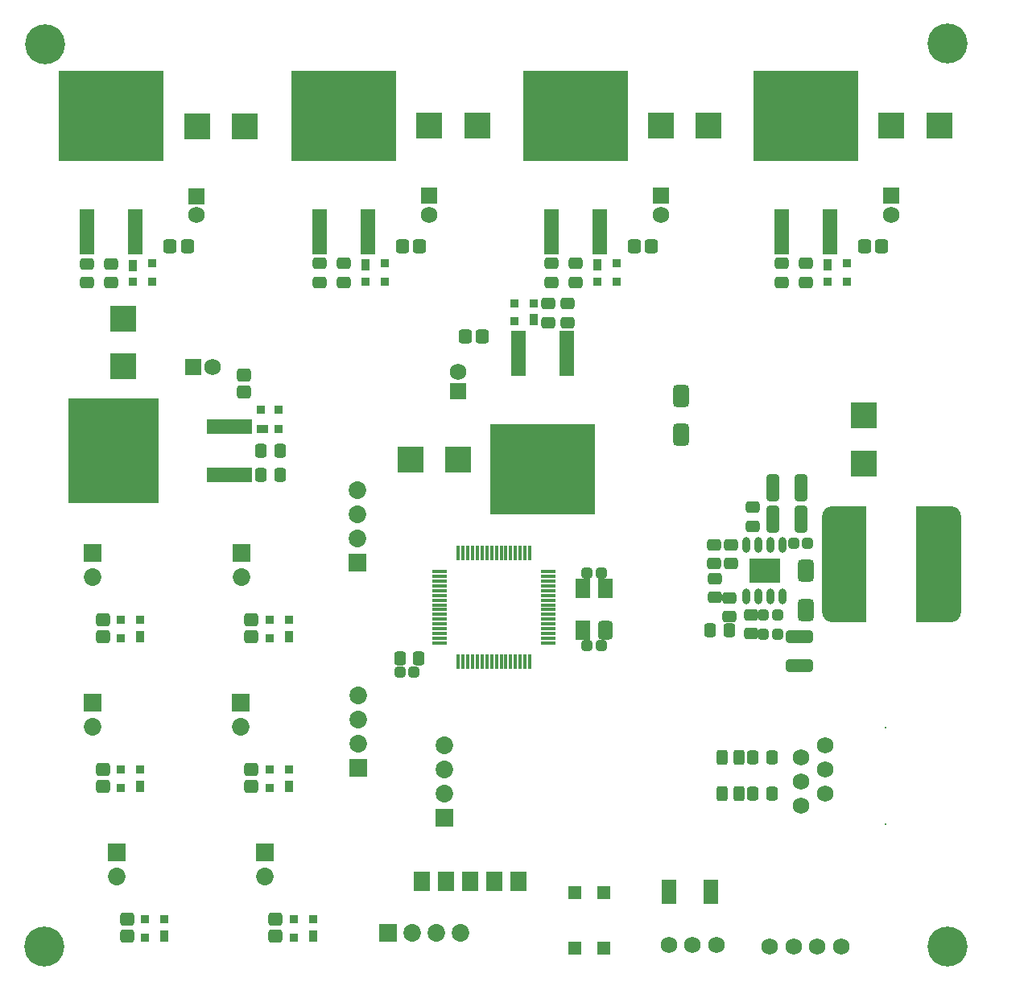
<source format=gts>
G04*
G04 #@! TF.GenerationSoftware,Altium Limited,Altium Designer,20.1.7 (139)*
G04*
G04 Layer_Color=13158*
%FSLAX44Y44*%
%MOMM*%
G71*
G04*
G04 #@! TF.SameCoordinates,741834D1-4314-455D-B734-137E6C24AB52*
G04*
G04*
G04 #@! TF.FilePolarity,Negative*
G04*
G01*
G75*
%ADD29R,1.5000X0.3000*%
%ADD30R,0.3000X1.5000*%
%ADD45R,2.1082X12.2032*%
G04:AMPARAMS|DCode=46|XSize=12.2032mm|YSize=4.2032mm|CornerRadius=1.1016mm|HoleSize=0mm|Usage=FLASHONLY|Rotation=90.000|XOffset=0mm|YOffset=0mm|HoleType=Round|Shape=RoundedRectangle|*
%AMROUNDEDRECTD46*
21,1,12.2032,2.0000,0,0,90.0*
21,1,10.0000,4.2032,0,0,90.0*
1,1,2.2032,1.0000,5.0000*
1,1,2.2032,1.0000,-5.0000*
1,1,2.2032,-1.0000,-5.0000*
1,1,2.2032,-1.0000,5.0000*
%
%ADD46ROUNDEDRECTD46*%
%ADD47R,0.8382X0.8382*%
%ADD48R,0.8382X1.2192*%
G04:AMPARAMS|DCode=49|XSize=1.4732mm|YSize=1.1532mm|CornerRadius=0.2441mm|HoleSize=0mm|Usage=FLASHONLY|Rotation=0.000|XOffset=0mm|YOffset=0mm|HoleType=Round|Shape=RoundedRectangle|*
%AMROUNDEDRECTD49*
21,1,1.4732,0.6650,0,0,0.0*
21,1,0.9850,1.1532,0,0,0.0*
1,1,0.4882,0.4925,-0.3325*
1,1,0.4882,-0.4925,-0.3325*
1,1,0.4882,-0.4925,0.3325*
1,1,0.4882,0.4925,0.3325*
%
%ADD49ROUNDEDRECTD49*%
%ADD50R,11.0236X9.6012*%
%ADD51R,1.5748X4.8514*%
G04:AMPARAMS|DCode=52|XSize=1.4732mm|YSize=1.3532mm|CornerRadius=0.2741mm|HoleSize=0mm|Usage=FLASHONLY|Rotation=270.000|XOffset=0mm|YOffset=0mm|HoleType=Round|Shape=RoundedRectangle|*
%AMROUNDEDRECTD52*
21,1,1.4732,0.8050,0,0,270.0*
21,1,0.9250,1.3532,0,0,270.0*
1,1,0.5482,-0.4025,-0.4625*
1,1,0.5482,-0.4025,0.4625*
1,1,0.5482,0.4025,0.4625*
1,1,0.5482,0.4025,-0.4625*
%
%ADD52ROUNDEDRECTD52*%
G04:AMPARAMS|DCode=53|XSize=2.0032mm|YSize=1.6032mm|CornerRadius=0.4516mm|HoleSize=0mm|Usage=FLASHONLY|Rotation=90.000|XOffset=0mm|YOffset=0mm|HoleType=Round|Shape=RoundedRectangle|*
%AMROUNDEDRECTD53*
21,1,2.0032,0.7000,0,0,90.0*
21,1,1.1000,1.6032,0,0,90.0*
1,1,0.9032,0.3500,0.5500*
1,1,0.9032,0.3500,-0.5500*
1,1,0.9032,-0.3500,-0.5500*
1,1,0.9032,-0.3500,0.5500*
%
%ADD53ROUNDEDRECTD53*%
%ADD54R,1.6032X2.0032*%
%ADD55R,1.6032X0.5032*%
%ADD56R,0.8382X0.8382*%
%ADD57R,1.2192X0.8382*%
%ADD58O,0.8032X1.6532*%
G04:AMPARAMS|DCode=59|XSize=1.6032mm|YSize=1.2032mm|CornerRadius=0.3516mm|HoleSize=0mm|Usage=FLASHONLY|Rotation=90.000|XOffset=0mm|YOffset=0mm|HoleType=Round|Shape=RoundedRectangle|*
%AMROUNDEDRECTD59*
21,1,1.6032,0.5000,0,0,90.0*
21,1,0.9000,1.2032,0,0,90.0*
1,1,0.7032,0.2500,0.4500*
1,1,0.7032,0.2500,-0.4500*
1,1,0.7032,-0.2500,-0.4500*
1,1,0.7032,-0.2500,0.4500*
%
%ADD59ROUNDEDRECTD59*%
%ADD60R,1.4732X1.4732*%
G04:AMPARAMS|DCode=61|XSize=1.4732mm|YSize=1.1532mm|CornerRadius=0.2441mm|HoleSize=0mm|Usage=FLASHONLY|Rotation=90.000|XOffset=0mm|YOffset=0mm|HoleType=Round|Shape=RoundedRectangle|*
%AMROUNDEDRECTD61*
21,1,1.4732,0.6650,0,0,90.0*
21,1,0.9850,1.1532,0,0,90.0*
1,1,0.4882,0.3325,0.4925*
1,1,0.4882,0.3325,-0.4925*
1,1,0.4882,-0.3325,-0.4925*
1,1,0.4882,-0.3325,0.4925*
%
%ADD61ROUNDEDRECTD61*%
%ADD62R,9.6012X11.0236*%
%ADD63R,4.8514X1.5748*%
G04:AMPARAMS|DCode=64|XSize=2.4032mm|YSize=1.7532mm|CornerRadius=0.4891mm|HoleSize=0mm|Usage=FLASHONLY|Rotation=270.000|XOffset=0mm|YOffset=0mm|HoleType=Round|Shape=RoundedRectangle|*
%AMROUNDEDRECTD64*
21,1,2.4032,0.7750,0,0,270.0*
21,1,1.4250,1.7532,0,0,270.0*
1,1,0.9782,-0.3875,-0.7125*
1,1,0.9782,-0.3875,0.7125*
1,1,0.9782,0.3875,0.7125*
1,1,0.9782,0.3875,-0.7125*
%
%ADD64ROUNDEDRECTD64*%
G04:AMPARAMS|DCode=65|XSize=1.1032mm|YSize=1.1032mm|CornerRadius=0.2366mm|HoleSize=0mm|Usage=FLASHONLY|Rotation=270.000|XOffset=0mm|YOffset=0mm|HoleType=Round|Shape=RoundedRectangle|*
%AMROUNDEDRECTD65*
21,1,1.1032,0.6300,0,0,270.0*
21,1,0.6300,1.1032,0,0,270.0*
1,1,0.4732,-0.3150,-0.3150*
1,1,0.4732,-0.3150,0.3150*
1,1,0.4732,0.3150,0.3150*
1,1,0.4732,0.3150,-0.3150*
%
%ADD65ROUNDEDRECTD65*%
G04:AMPARAMS|DCode=66|XSize=1.4732mm|YSize=1.3532mm|CornerRadius=0.2741mm|HoleSize=0mm|Usage=FLASHONLY|Rotation=180.000|XOffset=0mm|YOffset=0mm|HoleType=Round|Shape=RoundedRectangle|*
%AMROUNDEDRECTD66*
21,1,1.4732,0.8050,0,0,180.0*
21,1,0.9250,1.3532,0,0,180.0*
1,1,0.5482,-0.4625,0.4025*
1,1,0.5482,0.4625,0.4025*
1,1,0.5482,0.4625,-0.4025*
1,1,0.5482,-0.4625,-0.4025*
%
%ADD66ROUNDEDRECTD66*%
G04:AMPARAMS|DCode=67|XSize=2.9032mm|YSize=1.3532mm|CornerRadius=0.3891mm|HoleSize=0mm|Usage=FLASHONLY|Rotation=0.000|XOffset=0mm|YOffset=0mm|HoleType=Round|Shape=RoundedRectangle|*
%AMROUNDEDRECTD67*
21,1,2.9032,0.5750,0,0,0.0*
21,1,2.1250,1.3532,0,0,0.0*
1,1,0.7782,1.0625,-0.2875*
1,1,0.7782,-1.0625,-0.2875*
1,1,0.7782,-1.0625,0.2875*
1,1,0.7782,1.0625,0.2875*
%
%ADD67ROUNDEDRECTD67*%
G04:AMPARAMS|DCode=68|XSize=2.9032mm|YSize=1.3532mm|CornerRadius=0.3891mm|HoleSize=0mm|Usage=FLASHONLY|Rotation=270.000|XOffset=0mm|YOffset=0mm|HoleType=Round|Shape=RoundedRectangle|*
%AMROUNDEDRECTD68*
21,1,2.9032,0.5750,0,0,270.0*
21,1,2.1250,1.3532,0,0,270.0*
1,1,0.7782,-0.2875,-1.0625*
1,1,0.7782,-0.2875,1.0625*
1,1,0.7782,0.2875,1.0625*
1,1,0.7782,0.2875,-1.0625*
%
%ADD68ROUNDEDRECTD68*%
%ADD69R,1.8532X1.8532*%
%ADD70C,1.8532*%
%ADD71R,2.7432X2.7432*%
%ADD72R,2.7432X2.7432*%
%ADD73C,1.8542*%
%ADD74R,1.8542X1.8542*%
%ADD75R,1.7272X1.7272*%
%ADD76C,1.7272*%
%ADD77R,3.3032X2.6032*%
%ADD78R,1.7032X2.0032*%
%ADD79C,0.2032*%
%ADD80R,1.8542X1.8542*%
%ADD81R,1.7272X1.7272*%
%ADD82C,4.2032*%
%ADD83C,1.4732*%
D29*
X2109470Y628721D02*
D03*
Y623720D02*
D03*
Y618721D02*
D03*
Y613720D02*
D03*
Y608721D02*
D03*
Y603720D02*
D03*
Y598721D02*
D03*
Y593720D02*
D03*
Y588721D02*
D03*
Y583720D02*
D03*
Y578721D02*
D03*
Y573720D02*
D03*
Y568721D02*
D03*
Y563720D02*
D03*
Y558721D02*
D03*
Y553720D02*
D03*
X1995470D02*
D03*
Y558721D02*
D03*
Y563720D02*
D03*
Y568721D02*
D03*
Y573720D02*
D03*
Y578721D02*
D03*
Y583720D02*
D03*
Y588721D02*
D03*
Y593720D02*
D03*
Y598721D02*
D03*
Y603720D02*
D03*
Y608721D02*
D03*
Y613720D02*
D03*
Y618721D02*
D03*
Y623720D02*
D03*
Y628721D02*
D03*
D30*
X2014969Y648221D02*
D03*
X2019971D02*
D03*
X2024969D02*
D03*
X2029971D02*
D03*
X2034969D02*
D03*
X2039971D02*
D03*
X2044969D02*
D03*
X2049971D02*
D03*
X2054969D02*
D03*
X2059971D02*
D03*
X2064969D02*
D03*
X2069971D02*
D03*
X2074969D02*
D03*
X2079971D02*
D03*
X2084969D02*
D03*
X2089971D02*
D03*
Y534221D02*
D03*
X2084969D02*
D03*
X2079971D02*
D03*
X2074969D02*
D03*
X2069971D02*
D03*
X2064969D02*
D03*
X2059971D02*
D03*
X2054969D02*
D03*
X2049971D02*
D03*
X2044969D02*
D03*
X2039971D02*
D03*
X2034969D02*
D03*
X2029971D02*
D03*
X2024969D02*
D03*
X2019971D02*
D03*
X2014969D02*
D03*
D45*
X2433574Y636778D02*
D03*
X2506726D02*
D03*
D46*
X2522220D02*
D03*
X2418842D02*
D03*
D47*
X1937258Y953008D02*
D03*
X1916938Y933958D02*
D03*
X1937258D02*
D03*
X2423160Y953008D02*
D03*
X2402840Y933958D02*
D03*
X2423160D02*
D03*
X2181098Y953008D02*
D03*
X2160778Y933958D02*
D03*
X2181098D02*
D03*
X2073910Y910844D02*
D03*
X2094230D02*
D03*
X2073910Y891794D02*
D03*
X1685290Y262763D02*
D03*
X1705610D02*
D03*
X1685290Y243713D02*
D03*
X1816100Y577723D02*
D03*
X1836420D02*
D03*
X1816100Y558673D02*
D03*
X1841500Y262763D02*
D03*
X1861820D02*
D03*
X1841500Y243713D02*
D03*
X1659890Y420243D02*
D03*
X1680210D02*
D03*
X1659890Y401193D02*
D03*
X1816100Y420243D02*
D03*
X1836420D02*
D03*
X1816100Y401193D02*
D03*
X1659890Y577723D02*
D03*
X1680210D02*
D03*
X1659890Y558673D02*
D03*
X1692910Y933704D02*
D03*
X1672590D02*
D03*
X1692910Y952754D02*
D03*
D48*
X1916938Y951103D02*
D03*
X2402840D02*
D03*
X2160778D02*
D03*
X2094230Y893699D02*
D03*
X1705610Y245618D02*
D03*
X1836420Y560578D02*
D03*
X1861820Y245618D02*
D03*
X1680210Y403098D02*
D03*
X1836420D02*
D03*
X1680210Y560578D02*
D03*
X1672590Y950849D02*
D03*
D49*
X2129790Y890684D02*
D03*
Y910684D02*
D03*
X2109470Y890684D02*
D03*
Y910684D02*
D03*
X2354580Y952848D02*
D03*
Y932848D02*
D03*
X2112518Y952848D02*
D03*
Y932848D02*
D03*
X1868678Y952848D02*
D03*
Y932848D02*
D03*
X1624330Y952594D02*
D03*
Y932594D02*
D03*
X2379980Y932848D02*
D03*
Y952848D02*
D03*
X2137918Y932848D02*
D03*
Y952848D02*
D03*
X1894078Y932848D02*
D03*
Y952848D02*
D03*
X1649730Y932594D02*
D03*
Y952594D02*
D03*
X2284730Y601378D02*
D03*
Y621378D02*
D03*
X2299970Y581058D02*
D03*
Y601058D02*
D03*
X2322830Y583278D02*
D03*
Y563278D02*
D03*
X2301240Y656938D02*
D03*
Y636938D02*
D03*
X2283460Y656938D02*
D03*
Y636938D02*
D03*
X2324100Y696308D02*
D03*
Y676308D02*
D03*
D50*
X2103755Y736398D02*
D03*
X1649910Y1107694D02*
D03*
X2380160Y1107948D02*
D03*
X2138098D02*
D03*
X1894258D02*
D03*
D51*
X2078355Y858282D02*
D03*
X2129155D02*
D03*
X1675310Y985810D02*
D03*
X1624510D02*
D03*
X2354760Y986064D02*
D03*
X2405560D02*
D03*
X2112698D02*
D03*
X2163498D02*
D03*
X1868858D02*
D03*
X1919658D02*
D03*
D52*
X2039984Y876300D02*
D03*
X2021984D02*
D03*
X2442100Y970788D02*
D03*
X2460100D02*
D03*
X2200038D02*
D03*
X2218038D02*
D03*
X1956198D02*
D03*
X1974198D02*
D03*
X1711850Y970534D02*
D03*
X1729850D02*
D03*
D53*
X2169730Y567280D02*
D03*
D54*
Y611280D02*
D03*
X2145730D02*
D03*
Y567280D02*
D03*
D55*
X2236564Y281802D02*
D03*
X2280564D02*
D03*
Y301802D02*
D03*
Y296802D02*
D03*
Y291802D02*
D03*
Y286802D02*
D03*
X2236564Y301802D02*
D03*
Y296802D02*
D03*
Y291802D02*
D03*
Y286802D02*
D03*
D56*
X1826006Y798720D02*
D03*
Y778400D02*
D03*
X1806956Y798720D02*
D03*
D57*
X1808861Y778400D02*
D03*
D58*
X2317750Y602598D02*
D03*
X2330450D02*
D03*
X2343150D02*
D03*
X2355850D02*
D03*
X2317750Y657098D02*
D03*
X2330450D02*
D03*
X2343150D02*
D03*
X2355850D02*
D03*
D59*
X2310458Y395064D02*
D03*
X2292458D02*
D03*
X2310458Y433164D02*
D03*
X2292458D02*
D03*
D60*
X2137650Y290830D02*
D03*
X2167650D02*
D03*
X2167650Y232410D02*
D03*
X2137650D02*
D03*
D61*
X1973420Y537210D02*
D03*
X1953420D02*
D03*
X1807116Y730140D02*
D03*
X1827116D02*
D03*
Y755540D02*
D03*
X1807116D02*
D03*
X2344478Y395064D02*
D03*
X2324478D02*
D03*
X2344478Y433164D02*
D03*
X2324478D02*
D03*
X2279810Y566928D02*
D03*
X2299810D02*
D03*
D62*
X1652016Y755720D02*
D03*
D63*
X1773900Y781120D02*
D03*
Y730320D02*
D03*
D64*
X2249170Y813488D02*
D03*
Y772488D02*
D03*
X2379980Y588338D02*
D03*
Y629338D02*
D03*
D65*
X2165230Y627380D02*
D03*
X2150230D02*
D03*
Y551180D02*
D03*
X2165230D02*
D03*
X1968380Y523240D02*
D03*
X1953380D02*
D03*
X2350650Y563118D02*
D03*
X2335650D02*
D03*
X2350650Y583438D02*
D03*
X2335650D02*
D03*
X2367400Y658368D02*
D03*
X2382400D02*
D03*
D66*
X1666240Y245508D02*
D03*
Y263508D02*
D03*
X1797050Y560468D02*
D03*
Y578468D02*
D03*
X1822450Y245508D02*
D03*
Y263508D02*
D03*
X1640840Y402988D02*
D03*
Y420988D02*
D03*
X1797050Y402988D02*
D03*
Y420988D02*
D03*
X1640840Y560468D02*
D03*
Y578468D02*
D03*
X1789176Y817660D02*
D03*
Y835660D02*
D03*
D67*
X2373660Y560082D02*
D03*
Y530082D02*
D03*
D68*
X2375674Y716758D02*
D03*
X2345674D02*
D03*
X2375674Y683738D02*
D03*
X2345674D02*
D03*
D69*
X1811528Y333756D02*
D03*
X1655318Y333502D02*
D03*
X1786128Y491236D02*
D03*
X1629918Y490982D02*
D03*
X1786636Y648208D02*
D03*
X1629918Y648462D02*
D03*
D70*
X1811528Y308356D02*
D03*
X1655318Y308102D02*
D03*
X1786128Y465836D02*
D03*
X1629918Y465582D02*
D03*
X1786636Y622808D02*
D03*
X1629918Y623062D02*
D03*
D71*
X1662176Y895096D02*
D03*
Y844804D02*
D03*
X2440940Y742696D02*
D03*
Y792988D02*
D03*
D72*
X1740154Y1097280D02*
D03*
X1790446D02*
D03*
X2034794Y1097534D02*
D03*
X1984502D02*
D03*
X2278126Y1097788D02*
D03*
X2227834D02*
D03*
X2520696Y1097534D02*
D03*
X2470404D02*
D03*
X1964436Y746252D02*
D03*
X2014728D02*
D03*
D73*
X1909064Y689356D02*
D03*
Y663956D02*
D03*
Y714756D02*
D03*
X1909318Y473456D02*
D03*
Y448056D02*
D03*
Y498856D02*
D03*
X2000504Y420370D02*
D03*
Y394970D02*
D03*
Y445770D02*
D03*
X2016760Y248920D02*
D03*
X1965960D02*
D03*
X1991360D02*
D03*
D74*
X1909064Y638556D02*
D03*
X1909318Y422656D02*
D03*
X2000504Y369570D02*
D03*
D75*
X2014982Y818454D02*
D03*
X2469896Y1023874D02*
D03*
X2227834D02*
D03*
X1983994D02*
D03*
X1739646Y1023620D02*
D03*
D76*
X2014982Y838454D02*
D03*
X2367374Y234732D02*
D03*
X2342374D02*
D03*
X2392374D02*
D03*
X2417374D02*
D03*
X2286094Y236002D02*
D03*
X2261094D02*
D03*
X2236094D02*
D03*
X2375118Y382314D02*
D03*
X2400518Y395014D02*
D03*
X2375118Y407714D02*
D03*
X2400518Y420414D02*
D03*
X2375118Y433114D02*
D03*
X2400518Y445814D02*
D03*
X2469896Y1003874D02*
D03*
X2227834D02*
D03*
X1983994D02*
D03*
X1739646Y1003620D02*
D03*
X1756156Y843788D02*
D03*
D77*
X2336800Y629848D02*
D03*
D78*
X1976374Y303022D02*
D03*
X2077974D02*
D03*
X2052574D02*
D03*
X2027174D02*
D03*
X2001774D02*
D03*
D79*
X2464018Y363314D02*
D03*
Y464914D02*
D03*
D80*
X1940560Y248920D02*
D03*
D81*
X1736156Y843788D02*
D03*
D82*
X2529544Y1184424D02*
D03*
X1579880Y1183640D02*
D03*
X1579544Y234424D02*
D03*
X2529544D02*
D03*
D83*
X2343150Y629848D02*
D03*
X2330450D02*
D03*
M02*

</source>
